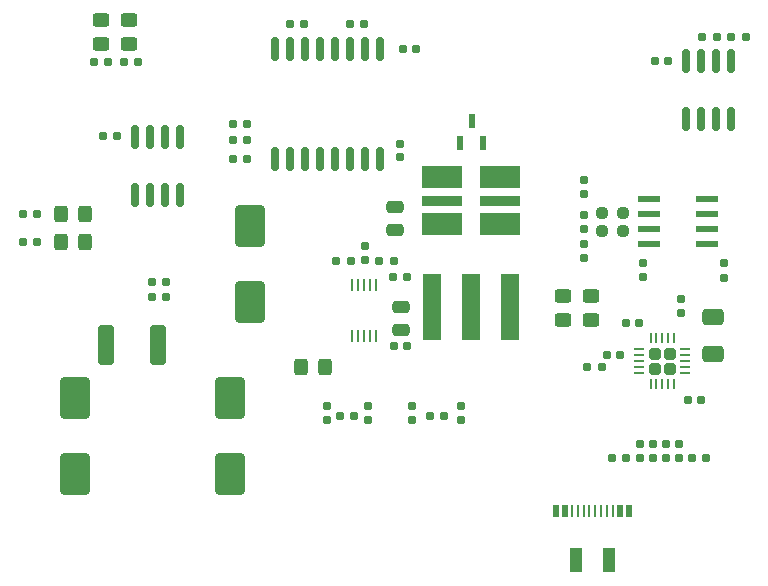
<source format=gtp>
G04 #@! TF.GenerationSoftware,KiCad,Pcbnew,8.0.0*
G04 #@! TF.CreationDate,2024-07-06T17:56:43-07:00*
G04 #@! TF.ProjectId,rpi_hat_v1,7270695f-6861-4745-9f76-312e6b696361,rev?*
G04 #@! TF.SameCoordinates,Original*
G04 #@! TF.FileFunction,Paste,Top*
G04 #@! TF.FilePolarity,Positive*
%FSLAX46Y46*%
G04 Gerber Fmt 4.6, Leading zero omitted, Abs format (unit mm)*
G04 Created by KiCad (PCBNEW 8.0.0) date 2024-07-06 17:56:43*
%MOMM*%
%LPD*%
G01*
G04 APERTURE LIST*
G04 Aperture macros list*
%AMRoundRect*
0 Rectangle with rounded corners*
0 $1 Rounding radius*
0 $2 $3 $4 $5 $6 $7 $8 $9 X,Y pos of 4 corners*
0 Add a 4 corners polygon primitive as box body*
4,1,4,$2,$3,$4,$5,$6,$7,$8,$9,$2,$3,0*
0 Add four circle primitives for the rounded corners*
1,1,$1+$1,$2,$3*
1,1,$1+$1,$4,$5*
1,1,$1+$1,$6,$7*
1,1,$1+$1,$8,$9*
0 Add four rect primitives between the rounded corners*
20,1,$1+$1,$2,$3,$4,$5,0*
20,1,$1+$1,$4,$5,$6,$7,0*
20,1,$1+$1,$6,$7,$8,$9,0*
20,1,$1+$1,$8,$9,$2,$3,0*%
G04 Aperture macros list end*
%ADD10RoundRect,0.250000X-1.000000X1.500000X-1.000000X-1.500000X1.000000X-1.500000X1.000000X1.500000X0*%
%ADD11RoundRect,0.160000X0.197500X0.160000X-0.197500X0.160000X-0.197500X-0.160000X0.197500X-0.160000X0*%
%ADD12RoundRect,0.250000X-0.325000X-0.450000X0.325000X-0.450000X0.325000X0.450000X-0.325000X0.450000X0*%
%ADD13RoundRect,0.160000X-0.197500X-0.160000X0.197500X-0.160000X0.197500X0.160000X-0.197500X0.160000X0*%
%ADD14RoundRect,0.155000X-0.155000X0.212500X-0.155000X-0.212500X0.155000X-0.212500X0.155000X0.212500X0*%
%ADD15RoundRect,0.155000X0.155000X-0.212500X0.155000X0.212500X-0.155000X0.212500X-0.155000X-0.212500X0*%
%ADD16RoundRect,0.250000X0.255000X0.255000X-0.255000X0.255000X-0.255000X-0.255000X0.255000X-0.255000X0*%
%ADD17RoundRect,0.062500X0.350000X0.062500X-0.350000X0.062500X-0.350000X-0.062500X0.350000X-0.062500X0*%
%ADD18RoundRect,0.062500X0.062500X0.350000X-0.062500X0.350000X-0.062500X-0.350000X0.062500X-0.350000X0*%
%ADD19RoundRect,0.250000X0.650000X-0.412500X0.650000X0.412500X-0.650000X0.412500X-0.650000X-0.412500X0*%
%ADD20RoundRect,0.150000X0.150000X-0.825000X0.150000X0.825000X-0.150000X0.825000X-0.150000X-0.825000X0*%
%ADD21R,1.600200X5.588000*%
%ADD22RoundRect,0.155000X-0.212500X-0.155000X0.212500X-0.155000X0.212500X0.155000X-0.212500X0.155000X0*%
%ADD23RoundRect,0.160000X-0.160000X0.197500X-0.160000X-0.197500X0.160000X-0.197500X0.160000X0.197500X0*%
%ADD24RoundRect,0.150000X-0.150000X0.875000X-0.150000X-0.875000X0.150000X-0.875000X0.150000X0.875000X0*%
%ADD25RoundRect,0.160000X0.160000X-0.197500X0.160000X0.197500X-0.160000X0.197500X-0.160000X-0.197500X0*%
%ADD26RoundRect,0.250000X0.450000X-0.325000X0.450000X0.325000X-0.450000X0.325000X-0.450000X-0.325000X0*%
%ADD27RoundRect,0.155000X0.212500X0.155000X-0.212500X0.155000X-0.212500X-0.155000X0.212500X-0.155000X0*%
%ADD28RoundRect,0.250000X-0.450000X0.325000X-0.450000X-0.325000X0.450000X-0.325000X0.450000X0.325000X0*%
%ADD29R,0.250000X1.100000*%
%ADD30RoundRect,0.250000X0.475000X-0.250000X0.475000X0.250000X-0.475000X0.250000X-0.475000X-0.250000X0*%
%ADD31RoundRect,0.250000X0.400000X1.450000X-0.400000X1.450000X-0.400000X-1.450000X0.400000X-1.450000X0*%
%ADD32R,1.000000X2.000000*%
%ADD33R,0.520000X1.000000*%
%ADD34R,0.270000X1.000000*%
%ADD35R,3.403600X1.854200*%
%ADD36R,3.403600X0.812800*%
%ADD37RoundRect,0.237500X0.250000X0.237500X-0.250000X0.237500X-0.250000X-0.237500X0.250000X-0.237500X0*%
%ADD38R,0.558800X1.295400*%
%ADD39R,1.981200X0.558800*%
G04 APERTURE END LIST*
D10*
X121125000Y-69092500D03*
X121125000Y-75592500D03*
D11*
X111572500Y-55275000D03*
X110377500Y-55275000D03*
D12*
X125400000Y-81050000D03*
X127450000Y-81050000D03*
D13*
X107902500Y-55275000D03*
X109097500Y-55275000D03*
D14*
X154375000Y-72282500D03*
X154375000Y-73417500D03*
D15*
X133807500Y-63292500D03*
X133807500Y-62157500D03*
D16*
X156625000Y-81200000D03*
X156625000Y-79950000D03*
X155375000Y-81200000D03*
X155375000Y-79950000D03*
D17*
X157937500Y-81575000D03*
X157937500Y-81075000D03*
X157937500Y-80575000D03*
X157937500Y-80075000D03*
X157937500Y-79575000D03*
D18*
X157000000Y-78637500D03*
X156500000Y-78637500D03*
X156000000Y-78637500D03*
X155500000Y-78637500D03*
X155000000Y-78637500D03*
D17*
X154062500Y-79575000D03*
X154062500Y-80075000D03*
X154062500Y-80575000D03*
X154062500Y-81075000D03*
X154062500Y-81575000D03*
D18*
X155000000Y-82512500D03*
X155500000Y-82512500D03*
X156000000Y-82512500D03*
X156500000Y-82512500D03*
X157000000Y-82512500D03*
D19*
X160250000Y-79937500D03*
X160250000Y-76812500D03*
D20*
X111385000Y-66510000D03*
X112655000Y-66510000D03*
X113925000Y-66510000D03*
X115195000Y-66510000D03*
X115195000Y-61560000D03*
X113925000Y-61560000D03*
X112655000Y-61560000D03*
X111385000Y-61560000D03*
D21*
X143100001Y-75975000D03*
X139800000Y-75975000D03*
X136499999Y-75975000D03*
D22*
X158132500Y-83825000D03*
X159267500Y-83825000D03*
D23*
X157550000Y-75302500D03*
X157550000Y-76497500D03*
D11*
X103022500Y-68150000D03*
X101827500Y-68150000D03*
D24*
X132075000Y-54150000D03*
X130805000Y-54150000D03*
X129535000Y-54150000D03*
X128265000Y-54150000D03*
X126995000Y-54150000D03*
X125725000Y-54150000D03*
X124455000Y-54150000D03*
X123185000Y-54150000D03*
X123185000Y-63450000D03*
X124455000Y-63450000D03*
X125725000Y-63450000D03*
X126995000Y-63450000D03*
X128265000Y-63450000D03*
X129535000Y-63450000D03*
X130805000Y-63450000D03*
X132075000Y-63450000D03*
D11*
X129922500Y-85250000D03*
X128727500Y-85250000D03*
D22*
X133257500Y-79300000D03*
X134392500Y-79300000D03*
D25*
X155179000Y-88752500D03*
X155179000Y-87557500D03*
D26*
X110850000Y-53750000D03*
X110850000Y-51700000D03*
D13*
X158538000Y-88785000D03*
X159733000Y-88785000D03*
X119655000Y-60500000D03*
X120850000Y-60500000D03*
D27*
X109792500Y-61500000D03*
X108657500Y-61500000D03*
D15*
X157400000Y-88742500D03*
X157400000Y-87607500D03*
D28*
X149950000Y-75025000D03*
X149950000Y-77075000D03*
D29*
X131725000Y-74150000D03*
X131225000Y-74150000D03*
X130725000Y-74150000D03*
X130225000Y-74150000D03*
X129725000Y-74150000D03*
X129725000Y-78450000D03*
X130225000Y-78450000D03*
X130725000Y-78450000D03*
X131225000Y-78450000D03*
X131725000Y-78450000D03*
D30*
X133875000Y-77925000D03*
X133875000Y-76025000D03*
D15*
X154073500Y-88742500D03*
X154073500Y-87607500D03*
D31*
X113325000Y-79200000D03*
X108875000Y-79200000D03*
D13*
X136302500Y-85250000D03*
X137497500Y-85250000D03*
X159397500Y-53125000D03*
X160592500Y-53125000D03*
D25*
X127625000Y-85545000D03*
X127625000Y-84350000D03*
D20*
X158040000Y-60100000D03*
X159310000Y-60100000D03*
X160580000Y-60100000D03*
X161850000Y-60100000D03*
X161850000Y-55150000D03*
X160580000Y-55150000D03*
X159310000Y-55150000D03*
X158040000Y-55150000D03*
D11*
X120847500Y-63450000D03*
X119652500Y-63450000D03*
D32*
X148675000Y-97425000D03*
X151475000Y-97425000D03*
D33*
X146975000Y-93225000D03*
X147725000Y-93225000D03*
D34*
X148325000Y-93225000D03*
X149825000Y-93225000D03*
X150825000Y-93225000D03*
X151825000Y-93225000D03*
D33*
X152425000Y-93225000D03*
X153175000Y-93225000D03*
X153175000Y-93225000D03*
X152425000Y-93225000D03*
D34*
X151325000Y-93225000D03*
X150325000Y-93225000D03*
X149325000Y-93225000D03*
X148825000Y-93225000D03*
D33*
X147725000Y-93225000D03*
X146975000Y-93225000D03*
D11*
X133245000Y-72055000D03*
X132050000Y-72055000D03*
D35*
X137375000Y-64961400D03*
X137375000Y-69000000D03*
D36*
X137375000Y-66980700D03*
D25*
X149350000Y-69370000D03*
X149350000Y-68175000D03*
X149350000Y-66397500D03*
X149350000Y-65202500D03*
D13*
X128405000Y-72055000D03*
X129600000Y-72055000D03*
D25*
X161202500Y-73497500D03*
X161202500Y-72302500D03*
X130825000Y-72022500D03*
X130825000Y-70827500D03*
D10*
X106300000Y-83650000D03*
X106300000Y-90150000D03*
D13*
X149655000Y-81100000D03*
X150850000Y-81100000D03*
D22*
X133207500Y-73425000D03*
X134342500Y-73425000D03*
D11*
X113975000Y-73900000D03*
X112780000Y-73900000D03*
D12*
X105100000Y-70500000D03*
X107150000Y-70500000D03*
D25*
X156294500Y-88752500D03*
X156294500Y-87557500D03*
D13*
X119655000Y-61837500D03*
X120850000Y-61837500D03*
D37*
X152675000Y-68000000D03*
X150850000Y-68000000D03*
D27*
X156512500Y-55150000D03*
X155377500Y-55150000D03*
D25*
X149325000Y-71847500D03*
X149325000Y-70652500D03*
D11*
X103022500Y-70500000D03*
X101827500Y-70500000D03*
D37*
X152675000Y-69550000D03*
X150850000Y-69550000D03*
D27*
X154017500Y-77300000D03*
X152882500Y-77300000D03*
D11*
X152935500Y-88785000D03*
X151740500Y-88785000D03*
D12*
X105100000Y-68150000D03*
X107150000Y-68150000D03*
D30*
X133325000Y-69450000D03*
X133325000Y-67550000D03*
D35*
X142250000Y-64961400D03*
X142250000Y-69000000D03*
D36*
X142250000Y-66980700D03*
D23*
X134800000Y-84350000D03*
X134800000Y-85545000D03*
D13*
X112780000Y-75150000D03*
X113975000Y-75150000D03*
D10*
X119375000Y-83650000D03*
X119375000Y-90150000D03*
D38*
X138900000Y-62105000D03*
X140800002Y-62105000D03*
X139850001Y-60200000D03*
D28*
X147577500Y-75025000D03*
X147577500Y-77075000D03*
D27*
X152417500Y-80037500D03*
X151282500Y-80037500D03*
D26*
X108477500Y-53750000D03*
X108477500Y-51700000D03*
D13*
X124505000Y-52050000D03*
X125700000Y-52050000D03*
D11*
X163042500Y-53125000D03*
X161847500Y-53125000D03*
D22*
X134040000Y-54125000D03*
X135175000Y-54125000D03*
D11*
X130745000Y-52050000D03*
X129550000Y-52050000D03*
D25*
X138950000Y-85545000D03*
X138950000Y-84350000D03*
D23*
X131075000Y-84350000D03*
X131075000Y-85545000D03*
D39*
X159788800Y-70680000D03*
X159788800Y-69410000D03*
X159788800Y-68140000D03*
X159788800Y-66870000D03*
X154861200Y-66870000D03*
X154861200Y-68140000D03*
X154861200Y-69410000D03*
X154861200Y-70680000D03*
M02*

</source>
